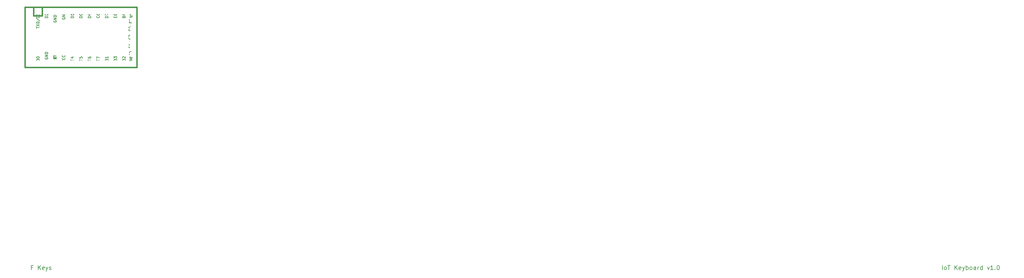
<source format=gbr>
%TF.GenerationSoftware,KiCad,Pcbnew,(5.1.9)-1*%
%TF.CreationDate,2021-02-27T14:08:49-05:00*%
%TF.ProjectId,IoT_Keyboard,496f545f-4b65-4796-926f-6172642e6b69,v1.0*%
%TF.SameCoordinates,Original*%
%TF.FileFunction,Legend,Top*%
%TF.FilePolarity,Positive*%
%FSLAX46Y46*%
G04 Gerber Fmt 4.6, Leading zero omitted, Abs format (unit mm)*
G04 Created by KiCad (PCBNEW (5.1.9)-1) date 2021-02-27 14:08:49*
%MOMM*%
%LPD*%
G01*
G04 APERTURE LIST*
%ADD10C,0.152400*%
%ADD11C,0.381000*%
%ADD12C,0.150000*%
%ADD13C,3.200000*%
%ADD14C,1.700000*%
%ADD15O,1.700000X1.700000*%
%ADD16R,1.700000X1.700000*%
%ADD17C,3.987800*%
%ADD18C,3.048000*%
%ADD19C,1.750000*%
%ADD20C,1.752600*%
%ADD21R,1.752600X1.752600*%
G04 APERTURE END LIST*
D10*
X332301547Y-134877023D02*
X332301547Y-133607023D01*
X333087738Y-134877023D02*
X332966785Y-134816547D01*
X332906309Y-134756071D01*
X332845833Y-134635119D01*
X332845833Y-134272261D01*
X332906309Y-134151309D01*
X332966785Y-134090833D01*
X333087738Y-134030357D01*
X333269166Y-134030357D01*
X333390119Y-134090833D01*
X333450595Y-134151309D01*
X333511071Y-134272261D01*
X333511071Y-134635119D01*
X333450595Y-134756071D01*
X333390119Y-134816547D01*
X333269166Y-134877023D01*
X333087738Y-134877023D01*
X333873928Y-133607023D02*
X334599642Y-133607023D01*
X334236785Y-134877023D02*
X334236785Y-133607023D01*
X335990595Y-134877023D02*
X335990595Y-133607023D01*
X336716309Y-134877023D02*
X336172023Y-134151309D01*
X336716309Y-133607023D02*
X335990595Y-134332738D01*
X337744404Y-134816547D02*
X337623452Y-134877023D01*
X337381547Y-134877023D01*
X337260595Y-134816547D01*
X337200119Y-134695595D01*
X337200119Y-134211785D01*
X337260595Y-134090833D01*
X337381547Y-134030357D01*
X337623452Y-134030357D01*
X337744404Y-134090833D01*
X337804880Y-134211785D01*
X337804880Y-134332738D01*
X337200119Y-134453690D01*
X338228214Y-134030357D02*
X338530595Y-134877023D01*
X338832976Y-134030357D02*
X338530595Y-134877023D01*
X338409642Y-135179404D01*
X338349166Y-135239880D01*
X338228214Y-135300357D01*
X339316785Y-134877023D02*
X339316785Y-133607023D01*
X339316785Y-134090833D02*
X339437738Y-134030357D01*
X339679642Y-134030357D01*
X339800595Y-134090833D01*
X339861071Y-134151309D01*
X339921547Y-134272261D01*
X339921547Y-134635119D01*
X339861071Y-134756071D01*
X339800595Y-134816547D01*
X339679642Y-134877023D01*
X339437738Y-134877023D01*
X339316785Y-134816547D01*
X340647261Y-134877023D02*
X340526309Y-134816547D01*
X340465833Y-134756071D01*
X340405357Y-134635119D01*
X340405357Y-134272261D01*
X340465833Y-134151309D01*
X340526309Y-134090833D01*
X340647261Y-134030357D01*
X340828690Y-134030357D01*
X340949642Y-134090833D01*
X341010119Y-134151309D01*
X341070595Y-134272261D01*
X341070595Y-134635119D01*
X341010119Y-134756071D01*
X340949642Y-134816547D01*
X340828690Y-134877023D01*
X340647261Y-134877023D01*
X342159166Y-134877023D02*
X342159166Y-134211785D01*
X342098690Y-134090833D01*
X341977738Y-134030357D01*
X341735833Y-134030357D01*
X341614880Y-134090833D01*
X342159166Y-134816547D02*
X342038214Y-134877023D01*
X341735833Y-134877023D01*
X341614880Y-134816547D01*
X341554404Y-134695595D01*
X341554404Y-134574642D01*
X341614880Y-134453690D01*
X341735833Y-134393214D01*
X342038214Y-134393214D01*
X342159166Y-134332738D01*
X342763928Y-134877023D02*
X342763928Y-134030357D01*
X342763928Y-134272261D02*
X342824404Y-134151309D01*
X342884880Y-134090833D01*
X343005833Y-134030357D01*
X343126785Y-134030357D01*
X344094404Y-134877023D02*
X344094404Y-133607023D01*
X344094404Y-134816547D02*
X343973452Y-134877023D01*
X343731547Y-134877023D01*
X343610595Y-134816547D01*
X343550119Y-134756071D01*
X343489642Y-134635119D01*
X343489642Y-134272261D01*
X343550119Y-134151309D01*
X343610595Y-134090833D01*
X343731547Y-134030357D01*
X343973452Y-134030357D01*
X344094404Y-134090833D01*
X345545833Y-134030357D02*
X345848214Y-134877023D01*
X346150595Y-134030357D01*
X347299642Y-134877023D02*
X346573928Y-134877023D01*
X346936785Y-134877023D02*
X346936785Y-133607023D01*
X346815833Y-133788452D01*
X346694880Y-133909404D01*
X346573928Y-133969880D01*
X347843928Y-134756071D02*
X347904404Y-134816547D01*
X347843928Y-134877023D01*
X347783452Y-134816547D01*
X347843928Y-134756071D01*
X347843928Y-134877023D01*
X348690595Y-133607023D02*
X348811547Y-133607023D01*
X348932500Y-133667500D01*
X348992976Y-133727976D01*
X349053452Y-133848928D01*
X349113928Y-134090833D01*
X349113928Y-134393214D01*
X349053452Y-134635119D01*
X348992976Y-134756071D01*
X348932500Y-134816547D01*
X348811547Y-134877023D01*
X348690595Y-134877023D01*
X348569642Y-134816547D01*
X348509166Y-134756071D01*
X348448690Y-134635119D01*
X348388214Y-134393214D01*
X348388214Y-134090833D01*
X348448690Y-133848928D01*
X348509166Y-133727976D01*
X348569642Y-133667500D01*
X348690595Y-133607023D01*
X63877976Y-134211785D02*
X63454642Y-134211785D01*
X63454642Y-134877023D02*
X63454642Y-133607023D01*
X64059404Y-133607023D01*
X65510833Y-134877023D02*
X65510833Y-133607023D01*
X66236547Y-134877023D02*
X65692261Y-134151309D01*
X66236547Y-133607023D02*
X65510833Y-134332738D01*
X67264642Y-134816547D02*
X67143690Y-134877023D01*
X66901785Y-134877023D01*
X66780833Y-134816547D01*
X66720357Y-134695595D01*
X66720357Y-134211785D01*
X66780833Y-134090833D01*
X66901785Y-134030357D01*
X67143690Y-134030357D01*
X67264642Y-134090833D01*
X67325119Y-134211785D01*
X67325119Y-134332738D01*
X66720357Y-134453690D01*
X67748452Y-134030357D02*
X68050833Y-134877023D01*
X68353214Y-134030357D02*
X68050833Y-134877023D01*
X67929880Y-135179404D01*
X67869404Y-135239880D01*
X67748452Y-135300357D01*
X68776547Y-134816547D02*
X68897500Y-134877023D01*
X69139404Y-134877023D01*
X69260357Y-134816547D01*
X69320833Y-134695595D01*
X69320833Y-134635119D01*
X69260357Y-134514166D01*
X69139404Y-134453690D01*
X68957976Y-134453690D01*
X68837023Y-134393214D01*
X68776547Y-134272261D01*
X68776547Y-134211785D01*
X68837023Y-134090833D01*
X68957976Y-134030357D01*
X69139404Y-134030357D01*
X69260357Y-134090833D01*
D11*
%TO.C,U1*%
X66675000Y-59848750D02*
X66675000Y-57308750D01*
X64135000Y-59848750D02*
X66675000Y-59848750D01*
D12*
G36*
X70424030Y-72243385D02*
G01*
X70524030Y-72243385D01*
X70524030Y-72343385D01*
X70424030Y-72343385D01*
X70424030Y-72243385D01*
G37*
X70424030Y-72243385D02*
X70524030Y-72243385D01*
X70524030Y-72343385D01*
X70424030Y-72343385D01*
X70424030Y-72243385D01*
G36*
X70024030Y-72443385D02*
G01*
X70824030Y-72443385D01*
X70824030Y-72543385D01*
X70024030Y-72543385D01*
X70024030Y-72443385D01*
G37*
X70024030Y-72443385D02*
X70824030Y-72443385D01*
X70824030Y-72543385D01*
X70024030Y-72543385D01*
X70024030Y-72443385D01*
G36*
X70624030Y-72043385D02*
G01*
X70824030Y-72043385D01*
X70824030Y-72143385D01*
X70624030Y-72143385D01*
X70624030Y-72043385D01*
G37*
X70624030Y-72043385D02*
X70824030Y-72043385D01*
X70824030Y-72143385D01*
X70624030Y-72143385D01*
X70624030Y-72043385D01*
G36*
X70024030Y-72043385D02*
G01*
X70324030Y-72043385D01*
X70324030Y-72143385D01*
X70024030Y-72143385D01*
X70024030Y-72043385D01*
G37*
X70024030Y-72043385D02*
X70324030Y-72043385D01*
X70324030Y-72143385D01*
X70024030Y-72143385D01*
X70024030Y-72043385D01*
G36*
X70024030Y-72043385D02*
G01*
X70124030Y-72043385D01*
X70124030Y-72543385D01*
X70024030Y-72543385D01*
X70024030Y-72043385D01*
G37*
X70024030Y-72043385D02*
X70124030Y-72043385D01*
X70124030Y-72543385D01*
X70024030Y-72543385D01*
X70024030Y-72043385D01*
D11*
X94615000Y-75088750D02*
X61595000Y-75088750D01*
X94615000Y-57308750D02*
X94615000Y-75088750D01*
X61595000Y-57308750D02*
X94615000Y-57308750D01*
X61595000Y-75088750D02*
X61595000Y-57308750D01*
X64135000Y-59848750D02*
X64135000Y-57308750D01*
D12*
X68306904Y-60439226D02*
X67506904Y-60439226D01*
X67506904Y-60248750D01*
X67545000Y-60134464D01*
X67621190Y-60058273D01*
X67697380Y-60020178D01*
X67849761Y-59982083D01*
X67964047Y-59982083D01*
X68116428Y-60020178D01*
X68192619Y-60058273D01*
X68268809Y-60134464D01*
X68306904Y-60248750D01*
X68306904Y-60439226D01*
X67583095Y-59677321D02*
X67545000Y-59639226D01*
X67506904Y-59563035D01*
X67506904Y-59372559D01*
X67545000Y-59296369D01*
X67583095Y-59258273D01*
X67659285Y-59220178D01*
X67735476Y-59220178D01*
X67849761Y-59258273D01*
X68306904Y-59715416D01*
X68306904Y-59220178D01*
X78466904Y-60439226D02*
X77666904Y-60439226D01*
X77666904Y-60248750D01*
X77705000Y-60134464D01*
X77781190Y-60058273D01*
X77857380Y-60020178D01*
X78009761Y-59982083D01*
X78124047Y-59982083D01*
X78276428Y-60020178D01*
X78352619Y-60058273D01*
X78428809Y-60134464D01*
X78466904Y-60248750D01*
X78466904Y-60439226D01*
X77666904Y-59486845D02*
X77666904Y-59410654D01*
X77705000Y-59334464D01*
X77743095Y-59296369D01*
X77819285Y-59258273D01*
X77971666Y-59220178D01*
X78162142Y-59220178D01*
X78314523Y-59258273D01*
X78390714Y-59296369D01*
X78428809Y-59334464D01*
X78466904Y-59410654D01*
X78466904Y-59486845D01*
X78428809Y-59563035D01*
X78390714Y-59601130D01*
X78314523Y-59639226D01*
X78162142Y-59677321D01*
X77971666Y-59677321D01*
X77819285Y-59639226D01*
X77743095Y-59601130D01*
X77705000Y-59563035D01*
X77666904Y-59486845D01*
X75926904Y-60439226D02*
X75126904Y-60439226D01*
X75126904Y-60248750D01*
X75165000Y-60134464D01*
X75241190Y-60058273D01*
X75317380Y-60020178D01*
X75469761Y-59982083D01*
X75584047Y-59982083D01*
X75736428Y-60020178D01*
X75812619Y-60058273D01*
X75888809Y-60134464D01*
X75926904Y-60248750D01*
X75926904Y-60439226D01*
X75926904Y-59220178D02*
X75926904Y-59677321D01*
X75926904Y-59448750D02*
X75126904Y-59448750D01*
X75241190Y-59524940D01*
X75317380Y-59601130D01*
X75355476Y-59677321D01*
X72625000Y-60458273D02*
X72586904Y-60534464D01*
X72586904Y-60648750D01*
X72625000Y-60763035D01*
X72701190Y-60839226D01*
X72777380Y-60877321D01*
X72929761Y-60915416D01*
X73044047Y-60915416D01*
X73196428Y-60877321D01*
X73272619Y-60839226D01*
X73348809Y-60763035D01*
X73386904Y-60648750D01*
X73386904Y-60572559D01*
X73348809Y-60458273D01*
X73310714Y-60420178D01*
X73044047Y-60420178D01*
X73044047Y-60572559D01*
X73386904Y-60077321D02*
X72586904Y-60077321D01*
X73386904Y-59620178D01*
X72586904Y-59620178D01*
X73386904Y-59239226D02*
X72586904Y-59239226D01*
X72586904Y-59048750D01*
X72625000Y-58934464D01*
X72701190Y-58858273D01*
X72777380Y-58820178D01*
X72929761Y-58782083D01*
X73044047Y-58782083D01*
X73196428Y-58820178D01*
X73272619Y-58858273D01*
X73348809Y-58934464D01*
X73386904Y-59048750D01*
X73386904Y-59239226D01*
X70085000Y-61347273D02*
X70046904Y-61423464D01*
X70046904Y-61537750D01*
X70085000Y-61652035D01*
X70161190Y-61728226D01*
X70237380Y-61766321D01*
X70389761Y-61804416D01*
X70504047Y-61804416D01*
X70656428Y-61766321D01*
X70732619Y-61728226D01*
X70808809Y-61652035D01*
X70846904Y-61537750D01*
X70846904Y-61461559D01*
X70808809Y-61347273D01*
X70770714Y-61309178D01*
X70504047Y-61309178D01*
X70504047Y-61461559D01*
X70846904Y-60966321D02*
X70046904Y-60966321D01*
X70846904Y-60509178D01*
X70046904Y-60509178D01*
X70846904Y-60128226D02*
X70046904Y-60128226D01*
X70046904Y-59937750D01*
X70085000Y-59823464D01*
X70161190Y-59747273D01*
X70237380Y-59709178D01*
X70389761Y-59671083D01*
X70504047Y-59671083D01*
X70656428Y-59709178D01*
X70732619Y-59747273D01*
X70808809Y-59823464D01*
X70846904Y-59937750D01*
X70846904Y-60128226D01*
X81006904Y-60439226D02*
X80206904Y-60439226D01*
X80206904Y-60248750D01*
X80245000Y-60134464D01*
X80321190Y-60058273D01*
X80397380Y-60020178D01*
X80549761Y-59982083D01*
X80664047Y-59982083D01*
X80816428Y-60020178D01*
X80892619Y-60058273D01*
X80968809Y-60134464D01*
X81006904Y-60248750D01*
X81006904Y-60439226D01*
X80473571Y-59296369D02*
X81006904Y-59296369D01*
X80168809Y-59486845D02*
X80740238Y-59677321D01*
X80740238Y-59182083D01*
X83470714Y-59982083D02*
X83508809Y-60020178D01*
X83546904Y-60134464D01*
X83546904Y-60210654D01*
X83508809Y-60324940D01*
X83432619Y-60401130D01*
X83356428Y-60439226D01*
X83204047Y-60477321D01*
X83089761Y-60477321D01*
X82937380Y-60439226D01*
X82861190Y-60401130D01*
X82785000Y-60324940D01*
X82746904Y-60210654D01*
X82746904Y-60134464D01*
X82785000Y-60020178D01*
X82823095Y-59982083D01*
X82746904Y-59296369D02*
X82746904Y-59448750D01*
X82785000Y-59524940D01*
X82823095Y-59563035D01*
X82937380Y-59639226D01*
X83089761Y-59677321D01*
X83394523Y-59677321D01*
X83470714Y-59639226D01*
X83508809Y-59601130D01*
X83546904Y-59524940D01*
X83546904Y-59372559D01*
X83508809Y-59296369D01*
X83470714Y-59258273D01*
X83394523Y-59220178D01*
X83204047Y-59220178D01*
X83127857Y-59258273D01*
X83089761Y-59296369D01*
X83051666Y-59372559D01*
X83051666Y-59524940D01*
X83089761Y-59601130D01*
X83127857Y-59639226D01*
X83204047Y-59677321D01*
X86086904Y-60439226D02*
X85286904Y-60439226D01*
X85286904Y-60248750D01*
X85325000Y-60134464D01*
X85401190Y-60058273D01*
X85477380Y-60020178D01*
X85629761Y-59982083D01*
X85744047Y-59982083D01*
X85896428Y-60020178D01*
X85972619Y-60058273D01*
X86048809Y-60134464D01*
X86086904Y-60248750D01*
X86086904Y-60439226D01*
X85286904Y-59715416D02*
X85286904Y-59182083D01*
X86086904Y-59524940D01*
X88207857Y-60401130D02*
X88207857Y-60134464D01*
X88626904Y-60020178D02*
X88626904Y-60401130D01*
X87826904Y-60401130D01*
X87826904Y-60020178D01*
X87826904Y-59334464D02*
X87826904Y-59486845D01*
X87865000Y-59563035D01*
X87903095Y-59601130D01*
X88017380Y-59677321D01*
X88169761Y-59715416D01*
X88474523Y-59715416D01*
X88550714Y-59677321D01*
X88588809Y-59639226D01*
X88626904Y-59563035D01*
X88626904Y-59410654D01*
X88588809Y-59334464D01*
X88550714Y-59296369D01*
X88474523Y-59258273D01*
X88284047Y-59258273D01*
X88207857Y-59296369D01*
X88169761Y-59334464D01*
X88131666Y-59410654D01*
X88131666Y-59563035D01*
X88169761Y-59639226D01*
X88207857Y-59677321D01*
X88284047Y-59715416D01*
X90747857Y-60172559D02*
X90785952Y-60058273D01*
X90824047Y-60020178D01*
X90900238Y-59982083D01*
X91014523Y-59982083D01*
X91090714Y-60020178D01*
X91128809Y-60058273D01*
X91166904Y-60134464D01*
X91166904Y-60439226D01*
X90366904Y-60439226D01*
X90366904Y-60172559D01*
X90405000Y-60096369D01*
X90443095Y-60058273D01*
X90519285Y-60020178D01*
X90595476Y-60020178D01*
X90671666Y-60058273D01*
X90709761Y-60096369D01*
X90747857Y-60172559D01*
X90747857Y-60439226D01*
X90633571Y-59296369D02*
X91166904Y-59296369D01*
X90328809Y-59486845D02*
X90900238Y-59677321D01*
X90900238Y-59182083D01*
X92914000Y-60132083D02*
X92947333Y-60032083D01*
X92980666Y-59998750D01*
X93047333Y-59965416D01*
X93147333Y-59965416D01*
X93214000Y-59998750D01*
X93247333Y-60032083D01*
X93280666Y-60098750D01*
X93280666Y-60365416D01*
X92580666Y-60365416D01*
X92580666Y-60132083D01*
X92614000Y-60065416D01*
X92647333Y-60032083D01*
X92714000Y-59998750D01*
X92780666Y-59998750D01*
X92847333Y-60032083D01*
X92880666Y-60065416D01*
X92914000Y-60132083D01*
X92914000Y-60365416D01*
X92580666Y-59332083D02*
X92580666Y-59665416D01*
X92914000Y-59698750D01*
X92880666Y-59665416D01*
X92847333Y-59598750D01*
X92847333Y-59432083D01*
X92880666Y-59365416D01*
X92914000Y-59332083D01*
X92980666Y-59298750D01*
X93147333Y-59298750D01*
X93214000Y-59332083D01*
X93247333Y-59365416D01*
X93280666Y-59432083D01*
X93280666Y-59598750D01*
X93247333Y-59665416D01*
X93214000Y-59698750D01*
X88207857Y-72872559D02*
X88245952Y-72758273D01*
X88284047Y-72720178D01*
X88360238Y-72682083D01*
X88474523Y-72682083D01*
X88550714Y-72720178D01*
X88588809Y-72758273D01*
X88626904Y-72834464D01*
X88626904Y-73139226D01*
X87826904Y-73139226D01*
X87826904Y-72872559D01*
X87865000Y-72796369D01*
X87903095Y-72758273D01*
X87979285Y-72720178D01*
X88055476Y-72720178D01*
X88131666Y-72758273D01*
X88169761Y-72796369D01*
X88207857Y-72872559D01*
X88207857Y-73139226D01*
X87826904Y-72415416D02*
X87826904Y-71920178D01*
X88131666Y-72186845D01*
X88131666Y-72072559D01*
X88169761Y-71996369D01*
X88207857Y-71958273D01*
X88284047Y-71920178D01*
X88474523Y-71920178D01*
X88550714Y-71958273D01*
X88588809Y-71996369D01*
X88626904Y-72072559D01*
X88626904Y-72301130D01*
X88588809Y-72377321D01*
X88550714Y-72415416D01*
X85667857Y-72872559D02*
X85705952Y-72758273D01*
X85744047Y-72720178D01*
X85820238Y-72682083D01*
X85934523Y-72682083D01*
X86010714Y-72720178D01*
X86048809Y-72758273D01*
X86086904Y-72834464D01*
X86086904Y-73139226D01*
X85286904Y-73139226D01*
X85286904Y-72872559D01*
X85325000Y-72796369D01*
X85363095Y-72758273D01*
X85439285Y-72720178D01*
X85515476Y-72720178D01*
X85591666Y-72758273D01*
X85629761Y-72796369D01*
X85667857Y-72872559D01*
X85667857Y-73139226D01*
X86086904Y-71920178D02*
X86086904Y-72377321D01*
X86086904Y-72148750D02*
X85286904Y-72148750D01*
X85401190Y-72224940D01*
X85477380Y-72301130D01*
X85515476Y-72377321D01*
X75507857Y-72815416D02*
X75507857Y-73082083D01*
X75926904Y-73082083D02*
X75126904Y-73082083D01*
X75126904Y-72701130D01*
X75393571Y-72053511D02*
X75926904Y-72053511D01*
X75088809Y-72243988D02*
X75660238Y-72434464D01*
X75660238Y-71939226D01*
X72586904Y-73615416D02*
X73386904Y-73348750D01*
X72586904Y-73082083D01*
X73310714Y-72358273D02*
X73348809Y-72396369D01*
X73386904Y-72510654D01*
X73386904Y-72586845D01*
X73348809Y-72701130D01*
X73272619Y-72777321D01*
X73196428Y-72815416D01*
X73044047Y-72853511D01*
X72929761Y-72853511D01*
X72777380Y-72815416D01*
X72701190Y-72777321D01*
X72625000Y-72701130D01*
X72586904Y-72586845D01*
X72586904Y-72510654D01*
X72625000Y-72396369D01*
X72663095Y-72358273D01*
X73310714Y-71558273D02*
X73348809Y-71596369D01*
X73386904Y-71710654D01*
X73386904Y-71786845D01*
X73348809Y-71901130D01*
X73272619Y-71977321D01*
X73196428Y-72015416D01*
X73044047Y-72053511D01*
X72929761Y-72053511D01*
X72777380Y-72015416D01*
X72701190Y-71977321D01*
X72625000Y-71901130D01*
X72586904Y-71786845D01*
X72586904Y-71710654D01*
X72625000Y-71596369D01*
X72663095Y-71558273D01*
X67545000Y-72269273D02*
X67506904Y-72345464D01*
X67506904Y-72459750D01*
X67545000Y-72574035D01*
X67621190Y-72650226D01*
X67697380Y-72688321D01*
X67849761Y-72726416D01*
X67964047Y-72726416D01*
X68116428Y-72688321D01*
X68192619Y-72650226D01*
X68268809Y-72574035D01*
X68306904Y-72459750D01*
X68306904Y-72383559D01*
X68268809Y-72269273D01*
X68230714Y-72231178D01*
X67964047Y-72231178D01*
X67964047Y-72383559D01*
X68306904Y-71888321D02*
X67506904Y-71888321D01*
X68306904Y-71431178D01*
X67506904Y-71431178D01*
X68306904Y-71050226D02*
X67506904Y-71050226D01*
X67506904Y-70859750D01*
X67545000Y-70745464D01*
X67621190Y-70669273D01*
X67697380Y-70631178D01*
X67849761Y-70593083D01*
X67964047Y-70593083D01*
X68116428Y-70631178D01*
X68192619Y-70669273D01*
X68268809Y-70745464D01*
X68306904Y-70859750D01*
X68306904Y-71050226D01*
X65347857Y-72872559D02*
X65385952Y-72758273D01*
X65424047Y-72720178D01*
X65500238Y-72682083D01*
X65614523Y-72682083D01*
X65690714Y-72720178D01*
X65728809Y-72758273D01*
X65766904Y-72834464D01*
X65766904Y-73139226D01*
X64966904Y-73139226D01*
X64966904Y-72872559D01*
X65005000Y-72796369D01*
X65043095Y-72758273D01*
X65119285Y-72720178D01*
X65195476Y-72720178D01*
X65271666Y-72758273D01*
X65309761Y-72796369D01*
X65347857Y-72872559D01*
X65347857Y-73139226D01*
X64966904Y-72186845D02*
X64966904Y-72110654D01*
X65005000Y-72034464D01*
X65043095Y-71996369D01*
X65119285Y-71958273D01*
X65271666Y-71920178D01*
X65462142Y-71920178D01*
X65614523Y-71958273D01*
X65690714Y-71996369D01*
X65728809Y-72034464D01*
X65766904Y-72110654D01*
X65766904Y-72186845D01*
X65728809Y-72263035D01*
X65690714Y-72301130D01*
X65614523Y-72339226D01*
X65462142Y-72377321D01*
X65271666Y-72377321D01*
X65119285Y-72339226D01*
X65043095Y-72301130D01*
X65005000Y-72263035D01*
X64966904Y-72186845D01*
X78047857Y-72815416D02*
X78047857Y-73082083D01*
X78466904Y-73082083D02*
X77666904Y-73082083D01*
X77666904Y-72701130D01*
X77666904Y-72015416D02*
X77666904Y-72396369D01*
X78047857Y-72434464D01*
X78009761Y-72396369D01*
X77971666Y-72320178D01*
X77971666Y-72129702D01*
X78009761Y-72053511D01*
X78047857Y-72015416D01*
X78124047Y-71977321D01*
X78314523Y-71977321D01*
X78390714Y-72015416D01*
X78428809Y-72053511D01*
X78466904Y-72129702D01*
X78466904Y-72320178D01*
X78428809Y-72396369D01*
X78390714Y-72434464D01*
X80587857Y-72815416D02*
X80587857Y-73082083D01*
X81006904Y-73082083D02*
X80206904Y-73082083D01*
X80206904Y-72701130D01*
X80206904Y-72053511D02*
X80206904Y-72205892D01*
X80245000Y-72282083D01*
X80283095Y-72320178D01*
X80397380Y-72396369D01*
X80549761Y-72434464D01*
X80854523Y-72434464D01*
X80930714Y-72396369D01*
X80968809Y-72358273D01*
X81006904Y-72282083D01*
X81006904Y-72129702D01*
X80968809Y-72053511D01*
X80930714Y-72015416D01*
X80854523Y-71977321D01*
X80664047Y-71977321D01*
X80587857Y-72015416D01*
X80549761Y-72053511D01*
X80511666Y-72129702D01*
X80511666Y-72282083D01*
X80549761Y-72358273D01*
X80587857Y-72396369D01*
X80664047Y-72434464D01*
X83127857Y-72815416D02*
X83127857Y-73082083D01*
X83546904Y-73082083D02*
X82746904Y-73082083D01*
X82746904Y-72701130D01*
X82746904Y-72472559D02*
X82746904Y-71939226D01*
X83546904Y-72282083D01*
X90747857Y-72872559D02*
X90785952Y-72758273D01*
X90824047Y-72720178D01*
X90900238Y-72682083D01*
X91014523Y-72682083D01*
X91090714Y-72720178D01*
X91128809Y-72758273D01*
X91166904Y-72834464D01*
X91166904Y-73139226D01*
X90366904Y-73139226D01*
X90366904Y-72872559D01*
X90405000Y-72796369D01*
X90443095Y-72758273D01*
X90519285Y-72720178D01*
X90595476Y-72720178D01*
X90671666Y-72758273D01*
X90709761Y-72796369D01*
X90747857Y-72872559D01*
X90747857Y-73139226D01*
X90443095Y-72377321D02*
X90405000Y-72339226D01*
X90366904Y-72263035D01*
X90366904Y-72072559D01*
X90405000Y-71996369D01*
X90443095Y-71958273D01*
X90519285Y-71920178D01*
X90595476Y-71920178D01*
X90709761Y-71958273D01*
X91166904Y-72415416D01*
X91166904Y-71920178D01*
X64966904Y-63547354D02*
X64966904Y-63090211D01*
X65766904Y-63318782D02*
X64966904Y-63318782D01*
X64966904Y-62899735D02*
X65766904Y-62366401D01*
X64966904Y-62366401D02*
X65766904Y-62899735D01*
X64966904Y-61909258D02*
X64966904Y-61833068D01*
X65005000Y-61756878D01*
X65043095Y-61718782D01*
X65119285Y-61680687D01*
X65271666Y-61642592D01*
X65462142Y-61642592D01*
X65614523Y-61680687D01*
X65690714Y-61718782D01*
X65728809Y-61756878D01*
X65766904Y-61833068D01*
X65766904Y-61909258D01*
X65728809Y-61985449D01*
X65690714Y-62023544D01*
X65614523Y-62061639D01*
X65462142Y-62099735D01*
X65271666Y-62099735D01*
X65119285Y-62061639D01*
X65043095Y-62023544D01*
X65005000Y-61985449D01*
X64966904Y-61909258D01*
X64928809Y-60728306D02*
X65957380Y-61414020D01*
X65766904Y-60461639D02*
X64966904Y-60461639D01*
X64966904Y-60271163D01*
X65005000Y-60156878D01*
X65081190Y-60080687D01*
X65157380Y-60042592D01*
X65309761Y-60004497D01*
X65424047Y-60004497D01*
X65576428Y-60042592D01*
X65652619Y-60080687D01*
X65728809Y-60156878D01*
X65766904Y-60271163D01*
X65766904Y-60461639D01*
X64966904Y-59737830D02*
X64966904Y-59242592D01*
X65271666Y-59509258D01*
X65271666Y-59394973D01*
X65309761Y-59318782D01*
X65347857Y-59280687D01*
X65424047Y-59242592D01*
X65614523Y-59242592D01*
X65690714Y-59280687D01*
X65728809Y-59318782D01*
X65766904Y-59394973D01*
X65766904Y-59623544D01*
X65728809Y-59699735D01*
X65690714Y-59737830D01*
X70788809Y-72661083D02*
X70826904Y-72546797D01*
X70826904Y-72356321D01*
X70788809Y-72280130D01*
X70750714Y-72242035D01*
X70674523Y-72203940D01*
X70598333Y-72203940D01*
X70522142Y-72242035D01*
X70484047Y-72280130D01*
X70445952Y-72356321D01*
X70407857Y-72508702D01*
X70369761Y-72584892D01*
X70331666Y-72622988D01*
X70255476Y-72661083D01*
X70179285Y-72661083D01*
X70103095Y-72622988D01*
X70065000Y-72584892D01*
X70026904Y-72508702D01*
X70026904Y-72318226D01*
X70065000Y-72203940D01*
X70026904Y-71975369D02*
X70026904Y-71518226D01*
X70826904Y-71746797D02*
X70026904Y-71746797D01*
X92687000Y-61728083D02*
X92720333Y-61628083D01*
X92753666Y-61594750D01*
X92820333Y-61561416D01*
X92920333Y-61561416D01*
X92987000Y-61594750D01*
X93020333Y-61628083D01*
X93053666Y-61694750D01*
X93053666Y-61961416D01*
X92353666Y-61961416D01*
X92353666Y-61728083D01*
X92387000Y-61661416D01*
X92420333Y-61628083D01*
X92487000Y-61594750D01*
X92553666Y-61594750D01*
X92620333Y-61628083D01*
X92653666Y-61661416D01*
X92687000Y-61728083D01*
X92687000Y-61961416D01*
X92353666Y-61328083D02*
X92353666Y-60861416D01*
X93053666Y-61161416D01*
X92687000Y-71186083D02*
X92687000Y-71419416D01*
X93053666Y-71419416D02*
X92353666Y-71419416D01*
X92353666Y-71086083D01*
X92353666Y-70686083D02*
X92353666Y-70619416D01*
X92387000Y-70552750D01*
X92420333Y-70519416D01*
X92487000Y-70486083D01*
X92620333Y-70452750D01*
X92787000Y-70452750D01*
X92920333Y-70486083D01*
X92987000Y-70519416D01*
X93020333Y-70552750D01*
X93053666Y-70619416D01*
X93053666Y-70686083D01*
X93020333Y-70752750D01*
X92987000Y-70786083D01*
X92920333Y-70819416D01*
X92787000Y-70852750D01*
X92620333Y-70852750D01*
X92487000Y-70819416D01*
X92420333Y-70786083D01*
X92387000Y-70752750D01*
X92353666Y-70686083D01*
X92887000Y-72315416D02*
X92853666Y-72415416D01*
X92820333Y-72448750D01*
X92753666Y-72482083D01*
X92653666Y-72482083D01*
X92587000Y-72448750D01*
X92553666Y-72415416D01*
X92520333Y-72348750D01*
X92520333Y-72082083D01*
X93220333Y-72082083D01*
X93220333Y-72315416D01*
X93187000Y-72382083D01*
X93153666Y-72415416D01*
X93087000Y-72448750D01*
X93020333Y-72448750D01*
X92953666Y-72415416D01*
X92920333Y-72382083D01*
X92887000Y-72315416D01*
X92887000Y-72082083D01*
X93220333Y-73082083D02*
X93220333Y-72948750D01*
X93187000Y-72882083D01*
X93153666Y-72848750D01*
X93053666Y-72782083D01*
X92920333Y-72748750D01*
X92653666Y-72748750D01*
X92587000Y-72782083D01*
X92553666Y-72815416D01*
X92520333Y-72882083D01*
X92520333Y-73015416D01*
X92553666Y-73082083D01*
X92587000Y-73115416D01*
X92653666Y-73148750D01*
X92820333Y-73148750D01*
X92887000Y-73115416D01*
X92920333Y-73082083D01*
X92953666Y-73015416D01*
X92953666Y-72882083D01*
X92920333Y-72815416D01*
X92887000Y-72782083D01*
X92820333Y-72748750D01*
X92949714Y-66332083D02*
X92987809Y-66370178D01*
X93025904Y-66484464D01*
X93025904Y-66560654D01*
X92987809Y-66674940D01*
X92911619Y-66751130D01*
X92835428Y-66789226D01*
X92683047Y-66827321D01*
X92568761Y-66827321D01*
X92416380Y-66789226D01*
X92340190Y-66751130D01*
X92264000Y-66674940D01*
X92225904Y-66560654D01*
X92225904Y-66484464D01*
X92264000Y-66370178D01*
X92302095Y-66332083D01*
X92225904Y-66065416D02*
X92225904Y-65532083D01*
X93025904Y-65874940D01*
X92606857Y-69005416D02*
X92606857Y-69272083D01*
X93025904Y-69272083D02*
X92225904Y-69272083D01*
X92225904Y-68891130D01*
X93025904Y-68167321D02*
X93025904Y-68624464D01*
X93025904Y-68395892D02*
X92225904Y-68395892D01*
X92340190Y-68472083D01*
X92416380Y-68548273D01*
X92454476Y-68624464D01*
X93025904Y-64249226D02*
X92225904Y-64249226D01*
X92225904Y-64058750D01*
X92264000Y-63944464D01*
X92340190Y-63868273D01*
X92416380Y-63830178D01*
X92568761Y-63792083D01*
X92683047Y-63792083D01*
X92835428Y-63830178D01*
X92911619Y-63868273D01*
X92987809Y-63944464D01*
X93025904Y-64058750D01*
X93025904Y-64249226D01*
X92225904Y-63068273D02*
X92225904Y-63449226D01*
X92606857Y-63487321D01*
X92568761Y-63449226D01*
X92530666Y-63373035D01*
X92530666Y-63182559D01*
X92568761Y-63106369D01*
X92606857Y-63068273D01*
X92683047Y-63030178D01*
X92873523Y-63030178D01*
X92949714Y-63068273D01*
X92987809Y-63106369D01*
X93025904Y-63182559D01*
X93025904Y-63373035D01*
X92987809Y-63449226D01*
X92949714Y-63487321D01*
%TD*%
%LPC*%
D13*
%TO.C,REF\u002A\u002A*%
X348456250Y-41275000D03*
%TD*%
%TO.C,REF\u002A\u002A*%
X348456250Y-130968750D03*
%TD*%
%TO.C,REF\u002A\u002A*%
X64293750Y-130968750D03*
%TD*%
%TO.C,REF\u002A\u002A*%
X64293750Y-41275000D03*
%TD*%
D14*
%TO.C,U2*%
X104475000Y-41018750D03*
D15*
X104475000Y-43558750D03*
X104475000Y-46098750D03*
X104475000Y-48638750D03*
X104475000Y-51178750D03*
D16*
X104475000Y-53718750D03*
%TD*%
D17*
%TO.C,MX57*%
X246056150Y-132873750D03*
X146056350Y-132873750D03*
D18*
X246056150Y-117633750D03*
X146056350Y-117633750D03*
D19*
X201136250Y-124618750D03*
X190976250Y-124618750D03*
D17*
X196056250Y-124618750D03*
%TD*%
D19*
%TO.C,MX61*%
X344011250Y-124618750D03*
X333851250Y-124618750D03*
D17*
X338931250Y-124618750D03*
%TD*%
D19*
%TO.C,MX59*%
X296386250Y-124618750D03*
X286226250Y-124618750D03*
D17*
X291306250Y-124618750D03*
%TD*%
D19*
%TO.C,MX54*%
X82073750Y-124618750D03*
X71913750Y-124618750D03*
D17*
X76993750Y-124618750D03*
%TD*%
D19*
%TO.C,MX58*%
X272573750Y-124618750D03*
X262413750Y-124618750D03*
D17*
X267493750Y-124618750D03*
%TD*%
D19*
%TO.C,MX60*%
X320198750Y-124618750D03*
X310038750Y-124618750D03*
D17*
X315118750Y-124618750D03*
%TD*%
D19*
%TO.C,MX56*%
X129698750Y-124618750D03*
X119538750Y-124618750D03*
D17*
X124618750Y-124618750D03*
%TD*%
D19*
%TO.C,MX55*%
X105886250Y-124618750D03*
X95726250Y-124618750D03*
D17*
X100806250Y-124618750D03*
%TD*%
D19*
%TO.C,MX15*%
X84455000Y-67468750D03*
X74295000Y-67468750D03*
D17*
X79375000Y-67468750D03*
%TD*%
D20*
%TO.C,U1*%
X93345000Y-61118750D03*
X93345000Y-63658750D03*
X93345000Y-66198750D03*
X93345000Y-68738750D03*
X93345000Y-71278750D03*
X65405000Y-73818750D03*
X93345000Y-58807350D03*
X67945000Y-73818750D03*
X70485000Y-73818750D03*
X73025000Y-73818750D03*
X75565000Y-73818750D03*
X78105000Y-73818750D03*
X80645000Y-73818750D03*
X83185000Y-73818750D03*
X85725000Y-73818750D03*
X88265000Y-73818750D03*
X90805000Y-73818750D03*
X93345000Y-73818750D03*
X90805000Y-58578750D03*
X88265000Y-58578750D03*
X85725000Y-58578750D03*
X83185000Y-58578750D03*
X80645000Y-58578750D03*
X78105000Y-58578750D03*
X75565000Y-58578750D03*
X73025000Y-58578750D03*
X70485000Y-58578750D03*
X67945000Y-58578750D03*
D21*
X65405000Y-58578750D03*
%TD*%
D17*
%TO.C,MX53*%
X336581750Y-113823750D03*
X312705750Y-113823750D03*
D18*
X336581750Y-98583750D03*
X312705750Y-98583750D03*
D19*
X329723750Y-105568750D03*
X319563750Y-105568750D03*
D17*
X324643750Y-105568750D03*
%TD*%
%TO.C,MX42*%
X98456750Y-113823750D03*
X74580750Y-113823750D03*
D18*
X98456750Y-98583750D03*
X74580750Y-98583750D03*
D19*
X91598750Y-105568750D03*
X81438750Y-105568750D03*
D17*
X86518750Y-105568750D03*
%TD*%
%TO.C,MX41*%
X341344250Y-94773750D03*
X317468250Y-94773750D03*
D18*
X341344250Y-79533750D03*
X317468250Y-79533750D03*
D19*
X334486250Y-86518750D03*
X324326250Y-86518750D03*
D17*
X329406250Y-86518750D03*
%TD*%
D19*
%TO.C,MX29*%
X86836250Y-86518750D03*
X76676250Y-86518750D03*
D17*
X81756250Y-86518750D03*
%TD*%
D19*
%TO.C,MX28*%
X341630000Y-67468750D03*
X331470000Y-67468750D03*
D17*
X336550000Y-67468750D03*
%TD*%
%TO.C,MX14*%
X343725500Y-56673750D03*
X319849500Y-56673750D03*
D18*
X343725500Y-41433750D03*
X319849500Y-41433750D03*
D19*
X336867500Y-48418750D03*
X326707500Y-48418750D03*
D17*
X331787500Y-48418750D03*
%TD*%
D19*
%TO.C,MX52*%
X294005000Y-105568750D03*
X283845000Y-105568750D03*
D17*
X288925000Y-105568750D03*
%TD*%
D19*
%TO.C,MX51*%
X274955000Y-105568750D03*
X264795000Y-105568750D03*
D17*
X269875000Y-105568750D03*
%TD*%
D19*
%TO.C,MX50*%
X255905000Y-105568750D03*
X245745000Y-105568750D03*
D17*
X250825000Y-105568750D03*
%TD*%
D19*
%TO.C,MX49*%
X236855000Y-105568750D03*
X226695000Y-105568750D03*
D17*
X231775000Y-105568750D03*
%TD*%
D19*
%TO.C,MX48*%
X217805000Y-105568750D03*
X207645000Y-105568750D03*
D17*
X212725000Y-105568750D03*
%TD*%
D19*
%TO.C,MX47*%
X198755000Y-105568750D03*
X188595000Y-105568750D03*
D17*
X193675000Y-105568750D03*
%TD*%
D19*
%TO.C,MX46*%
X179705000Y-105568750D03*
X169545000Y-105568750D03*
D17*
X174625000Y-105568750D03*
%TD*%
D19*
%TO.C,MX45*%
X160655000Y-105568750D03*
X150495000Y-105568750D03*
D17*
X155575000Y-105568750D03*
%TD*%
D19*
%TO.C,MX44*%
X141605000Y-105568750D03*
X131445000Y-105568750D03*
D17*
X136525000Y-105568750D03*
%TD*%
D19*
%TO.C,MX43*%
X122555000Y-105568750D03*
X112395000Y-105568750D03*
D17*
X117475000Y-105568750D03*
%TD*%
D19*
%TO.C,MX40*%
X303530000Y-86518750D03*
X293370000Y-86518750D03*
D17*
X298450000Y-86518750D03*
%TD*%
D19*
%TO.C,MX39*%
X284480000Y-86518750D03*
X274320000Y-86518750D03*
D17*
X279400000Y-86518750D03*
%TD*%
D19*
%TO.C,MX38*%
X265430000Y-86518750D03*
X255270000Y-86518750D03*
D17*
X260350000Y-86518750D03*
%TD*%
D19*
%TO.C,MX37*%
X246380000Y-86518750D03*
X236220000Y-86518750D03*
D17*
X241300000Y-86518750D03*
%TD*%
D19*
%TO.C,MX36*%
X227330000Y-86518750D03*
X217170000Y-86518750D03*
D17*
X222250000Y-86518750D03*
%TD*%
D19*
%TO.C,MX35*%
X208280000Y-86518750D03*
X198120000Y-86518750D03*
D17*
X203200000Y-86518750D03*
%TD*%
D19*
%TO.C,MX34*%
X189230000Y-86518750D03*
X179070000Y-86518750D03*
D17*
X184150000Y-86518750D03*
%TD*%
D19*
%TO.C,MX33*%
X170180000Y-86518750D03*
X160020000Y-86518750D03*
D17*
X165100000Y-86518750D03*
%TD*%
D19*
%TO.C,MX32*%
X151130000Y-86518750D03*
X140970000Y-86518750D03*
D17*
X146050000Y-86518750D03*
%TD*%
D19*
%TO.C,MX31*%
X132080000Y-86518750D03*
X121920000Y-86518750D03*
D17*
X127000000Y-86518750D03*
%TD*%
D19*
%TO.C,MX30*%
X113030000Y-86518750D03*
X102870000Y-86518750D03*
D17*
X107950000Y-86518750D03*
%TD*%
D19*
%TO.C,MX27*%
X317817500Y-67468750D03*
X307657500Y-67468750D03*
D17*
X312737500Y-67468750D03*
%TD*%
D19*
%TO.C,MX26*%
X298767500Y-67468750D03*
X288607500Y-67468750D03*
D17*
X293687500Y-67468750D03*
%TD*%
D19*
%TO.C,MX25*%
X279717500Y-67468750D03*
X269557500Y-67468750D03*
D17*
X274637500Y-67468750D03*
%TD*%
D19*
%TO.C,MX24*%
X260667500Y-67468750D03*
X250507500Y-67468750D03*
D17*
X255587500Y-67468750D03*
%TD*%
D19*
%TO.C,MX23*%
X241617500Y-67468750D03*
X231457500Y-67468750D03*
D17*
X236537500Y-67468750D03*
%TD*%
D19*
%TO.C,MX22*%
X222567500Y-67468750D03*
X212407500Y-67468750D03*
D17*
X217487500Y-67468750D03*
%TD*%
D19*
%TO.C,MX21*%
X203517500Y-67468750D03*
X193357500Y-67468750D03*
D17*
X198437500Y-67468750D03*
%TD*%
D19*
%TO.C,MX20*%
X184467500Y-67468750D03*
X174307500Y-67468750D03*
D17*
X179387500Y-67468750D03*
%TD*%
D19*
%TO.C,MX19*%
X165417500Y-67468750D03*
X155257500Y-67468750D03*
D17*
X160337500Y-67468750D03*
%TD*%
D19*
%TO.C,MX18*%
X146367500Y-67468750D03*
X136207500Y-67468750D03*
D17*
X141287500Y-67468750D03*
%TD*%
D19*
%TO.C,MX17*%
X127317500Y-67468750D03*
X117157500Y-67468750D03*
D17*
X122237500Y-67468750D03*
%TD*%
D19*
%TO.C,MX16*%
X108267500Y-67468750D03*
X98107500Y-67468750D03*
D17*
X103187500Y-67468750D03*
%TD*%
D19*
%TO.C,MX13*%
X308292500Y-48418750D03*
X298132500Y-48418750D03*
D17*
X303212500Y-48418750D03*
%TD*%
D19*
%TO.C,MX12*%
X289242500Y-48418750D03*
X279082500Y-48418750D03*
D17*
X284162500Y-48418750D03*
%TD*%
D19*
%TO.C,MX11*%
X270192500Y-48418750D03*
X260032500Y-48418750D03*
D17*
X265112500Y-48418750D03*
%TD*%
D19*
%TO.C,MX10*%
X251142500Y-48418750D03*
X240982500Y-48418750D03*
D17*
X246062500Y-48418750D03*
%TD*%
D19*
%TO.C,MX9*%
X232092500Y-48418750D03*
X221932500Y-48418750D03*
D17*
X227012500Y-48418750D03*
%TD*%
D19*
%TO.C,MX8*%
X213042500Y-48418750D03*
X202882500Y-48418750D03*
D17*
X207962500Y-48418750D03*
%TD*%
D19*
%TO.C,MX7*%
X193992500Y-48418750D03*
X183832500Y-48418750D03*
D17*
X188912500Y-48418750D03*
%TD*%
D19*
%TO.C,MX6*%
X174942500Y-48418750D03*
X164782500Y-48418750D03*
D17*
X169862500Y-48418750D03*
%TD*%
D19*
%TO.C,MX5*%
X155892500Y-48418750D03*
X145732500Y-48418750D03*
D17*
X150812500Y-48418750D03*
%TD*%
D19*
%TO.C,MX4*%
X136842500Y-48418750D03*
X126682500Y-48418750D03*
D17*
X131762500Y-48418750D03*
%TD*%
D19*
%TO.C,MX3*%
X117792500Y-48418750D03*
X107632500Y-48418750D03*
D17*
X112712500Y-48418750D03*
%TD*%
D19*
%TO.C,MX2*%
X98742500Y-48418750D03*
X88582500Y-48418750D03*
D17*
X93662500Y-48418750D03*
%TD*%
D19*
%TO.C,MX1*%
X79692500Y-48418750D03*
X69532500Y-48418750D03*
D17*
X74612500Y-48418750D03*
%TD*%
M02*

</source>
